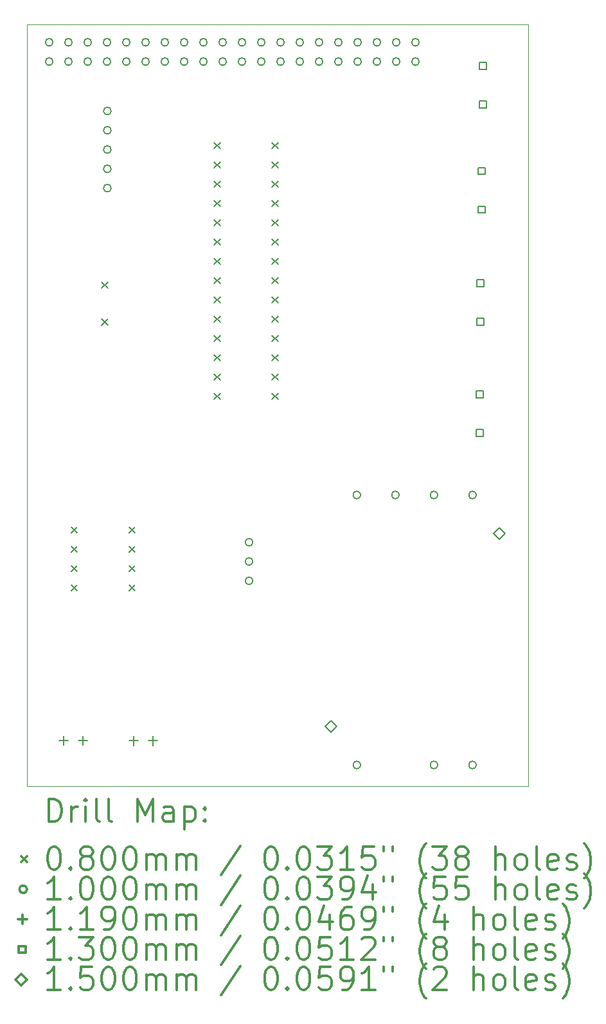
<source format=gbr>
%FSLAX45Y45*%
G04 Gerber Fmt 4.5, Leading zero omitted, Abs format (unit mm)*
G04 Created by KiCad (PCBNEW (5.1.10)-1) date 2022-05-23 16:21:41*
%MOMM*%
%LPD*%
G01*
G04 APERTURE LIST*
%TA.AperFunction,Profile*%
%ADD10C,0.050000*%
%TD*%
%ADD11C,0.200000*%
%ADD12C,0.300000*%
G04 APERTURE END LIST*
D10*
X-1803400Y393700D02*
X-1803400Y-9639300D01*
X4800600Y-9639300D02*
X-1803400Y-9639300D01*
X4800600Y393700D02*
X4800600Y-9639300D01*
X-1803400Y393700D02*
X4800600Y393700D01*
D11*
X-1221100Y-6226180D02*
X-1141100Y-6306180D01*
X-1141100Y-6226180D02*
X-1221100Y-6306180D01*
X-1221100Y-6480180D02*
X-1141100Y-6560180D01*
X-1141100Y-6480180D02*
X-1221100Y-6560180D01*
X-1221100Y-6734180D02*
X-1141100Y-6814180D01*
X-1141100Y-6734180D02*
X-1221100Y-6814180D01*
X-1221100Y-6988180D02*
X-1141100Y-7068180D01*
X-1141100Y-6988180D02*
X-1221100Y-7068180D01*
X-819780Y-2997520D02*
X-739780Y-3077520D01*
X-739780Y-2997520D02*
X-819780Y-3077520D01*
X-819780Y-3485520D02*
X-739780Y-3565520D01*
X-739780Y-3485520D02*
X-819780Y-3565520D01*
X-459100Y-6226180D02*
X-379100Y-6306180D01*
X-379100Y-6226180D02*
X-459100Y-6306180D01*
X-459100Y-6480180D02*
X-379100Y-6560180D01*
X-379100Y-6480180D02*
X-459100Y-6560180D01*
X-459100Y-6734180D02*
X-379100Y-6814180D01*
X-379100Y-6734180D02*
X-459100Y-6814180D01*
X-459100Y-6988180D02*
X-379100Y-7068180D01*
X-379100Y-6988180D02*
X-459100Y-7068180D01*
X661040Y-1163960D02*
X741040Y-1243960D01*
X741040Y-1163960D02*
X661040Y-1243960D01*
X661040Y-1417960D02*
X741040Y-1497960D01*
X741040Y-1417960D02*
X661040Y-1497960D01*
X661040Y-1671960D02*
X741040Y-1751960D01*
X741040Y-1671960D02*
X661040Y-1751960D01*
X661040Y-1925960D02*
X741040Y-2005960D01*
X741040Y-1925960D02*
X661040Y-2005960D01*
X661040Y-2179960D02*
X741040Y-2259960D01*
X741040Y-2179960D02*
X661040Y-2259960D01*
X661040Y-2433960D02*
X741040Y-2513960D01*
X741040Y-2433960D02*
X661040Y-2513960D01*
X661040Y-2687960D02*
X741040Y-2767960D01*
X741040Y-2687960D02*
X661040Y-2767960D01*
X661040Y-2941960D02*
X741040Y-3021960D01*
X741040Y-2941960D02*
X661040Y-3021960D01*
X661040Y-3195960D02*
X741040Y-3275960D01*
X741040Y-3195960D02*
X661040Y-3275960D01*
X661040Y-3449960D02*
X741040Y-3529960D01*
X741040Y-3449960D02*
X661040Y-3529960D01*
X661040Y-3703960D02*
X741040Y-3783960D01*
X741040Y-3703960D02*
X661040Y-3783960D01*
X661040Y-3957960D02*
X741040Y-4037960D01*
X741040Y-3957960D02*
X661040Y-4037960D01*
X661040Y-4211960D02*
X741040Y-4291960D01*
X741040Y-4211960D02*
X661040Y-4291960D01*
X661040Y-4465960D02*
X741040Y-4545960D01*
X741040Y-4465960D02*
X661040Y-4545960D01*
X1423040Y-1163960D02*
X1503040Y-1243960D01*
X1503040Y-1163960D02*
X1423040Y-1243960D01*
X1423040Y-1417960D02*
X1503040Y-1497960D01*
X1503040Y-1417960D02*
X1423040Y-1497960D01*
X1423040Y-1671960D02*
X1503040Y-1751960D01*
X1503040Y-1671960D02*
X1423040Y-1751960D01*
X1423040Y-1925960D02*
X1503040Y-2005960D01*
X1503040Y-1925960D02*
X1423040Y-2005960D01*
X1423040Y-2179960D02*
X1503040Y-2259960D01*
X1503040Y-2179960D02*
X1423040Y-2259960D01*
X1423040Y-2433960D02*
X1503040Y-2513960D01*
X1503040Y-2433960D02*
X1423040Y-2513960D01*
X1423040Y-2687960D02*
X1503040Y-2767960D01*
X1503040Y-2687960D02*
X1423040Y-2767960D01*
X1423040Y-2941960D02*
X1503040Y-3021960D01*
X1503040Y-2941960D02*
X1423040Y-3021960D01*
X1423040Y-3195960D02*
X1503040Y-3275960D01*
X1503040Y-3195960D02*
X1423040Y-3275960D01*
X1423040Y-3449960D02*
X1503040Y-3529960D01*
X1503040Y-3449960D02*
X1423040Y-3529960D01*
X1423040Y-3703960D02*
X1503040Y-3783960D01*
X1503040Y-3703960D02*
X1423040Y-3783960D01*
X1423040Y-3957960D02*
X1503040Y-4037960D01*
X1503040Y-3957960D02*
X1423040Y-4037960D01*
X1423040Y-4211960D02*
X1503040Y-4291960D01*
X1503040Y-4211960D02*
X1423040Y-4291960D01*
X1423040Y-4465960D02*
X1503040Y-4545960D01*
X1503040Y-4465960D02*
X1423040Y-4545960D01*
X-1463840Y157480D02*
G75*
G03*
X-1463840Y157480I-50000J0D01*
G01*
X-1463840Y-96520D02*
G75*
G03*
X-1463840Y-96520I-50000J0D01*
G01*
X-1209840Y157480D02*
G75*
G03*
X-1209840Y157480I-50000J0D01*
G01*
X-1209840Y-96520D02*
G75*
G03*
X-1209840Y-96520I-50000J0D01*
G01*
X-955840Y157480D02*
G75*
G03*
X-955840Y157480I-50000J0D01*
G01*
X-955840Y-96520D02*
G75*
G03*
X-955840Y-96520I-50000J0D01*
G01*
X-701840Y157480D02*
G75*
G03*
X-701840Y157480I-50000J0D01*
G01*
X-701840Y-96520D02*
G75*
G03*
X-701840Y-96520I-50000J0D01*
G01*
X-696760Y-746760D02*
G75*
G03*
X-696760Y-746760I-50000J0D01*
G01*
X-696760Y-1000760D02*
G75*
G03*
X-696760Y-1000760I-50000J0D01*
G01*
X-696760Y-1254760D02*
G75*
G03*
X-696760Y-1254760I-50000J0D01*
G01*
X-696760Y-1508760D02*
G75*
G03*
X-696760Y-1508760I-50000J0D01*
G01*
X-696760Y-1762760D02*
G75*
G03*
X-696760Y-1762760I-50000J0D01*
G01*
X-447840Y157480D02*
G75*
G03*
X-447840Y157480I-50000J0D01*
G01*
X-447840Y-96520D02*
G75*
G03*
X-447840Y-96520I-50000J0D01*
G01*
X-193840Y157480D02*
G75*
G03*
X-193840Y157480I-50000J0D01*
G01*
X-193840Y-96520D02*
G75*
G03*
X-193840Y-96520I-50000J0D01*
G01*
X60160Y157480D02*
G75*
G03*
X60160Y157480I-50000J0D01*
G01*
X60160Y-96520D02*
G75*
G03*
X60160Y-96520I-50000J0D01*
G01*
X314160Y157480D02*
G75*
G03*
X314160Y157480I-50000J0D01*
G01*
X314160Y-96520D02*
G75*
G03*
X314160Y-96520I-50000J0D01*
G01*
X568160Y157480D02*
G75*
G03*
X568160Y157480I-50000J0D01*
G01*
X568160Y-96520D02*
G75*
G03*
X568160Y-96520I-50000J0D01*
G01*
X822160Y157480D02*
G75*
G03*
X822160Y157480I-50000J0D01*
G01*
X822160Y-96520D02*
G75*
G03*
X822160Y-96520I-50000J0D01*
G01*
X1076160Y157480D02*
G75*
G03*
X1076160Y157480I-50000J0D01*
G01*
X1076160Y-96520D02*
G75*
G03*
X1076160Y-96520I-50000J0D01*
G01*
X1170140Y-6426200D02*
G75*
G03*
X1170140Y-6426200I-50000J0D01*
G01*
X1170140Y-6680200D02*
G75*
G03*
X1170140Y-6680200I-50000J0D01*
G01*
X1170140Y-6934200D02*
G75*
G03*
X1170140Y-6934200I-50000J0D01*
G01*
X1330160Y157480D02*
G75*
G03*
X1330160Y157480I-50000J0D01*
G01*
X1330160Y-96520D02*
G75*
G03*
X1330160Y-96520I-50000J0D01*
G01*
X1584160Y157480D02*
G75*
G03*
X1584160Y157480I-50000J0D01*
G01*
X1584160Y-96520D02*
G75*
G03*
X1584160Y-96520I-50000J0D01*
G01*
X1838160Y157480D02*
G75*
G03*
X1838160Y157480I-50000J0D01*
G01*
X1838160Y-96520D02*
G75*
G03*
X1838160Y-96520I-50000J0D01*
G01*
X2092160Y157480D02*
G75*
G03*
X2092160Y157480I-50000J0D01*
G01*
X2092160Y-96520D02*
G75*
G03*
X2092160Y-96520I-50000J0D01*
G01*
X2346160Y157480D02*
G75*
G03*
X2346160Y157480I-50000J0D01*
G01*
X2346160Y-96520D02*
G75*
G03*
X2346160Y-96520I-50000J0D01*
G01*
X2590000Y-5803900D02*
G75*
G03*
X2590000Y-5803900I-50000J0D01*
G01*
X2590000Y-9359900D02*
G75*
G03*
X2590000Y-9359900I-50000J0D01*
G01*
X2600160Y157480D02*
G75*
G03*
X2600160Y157480I-50000J0D01*
G01*
X2600160Y-96520D02*
G75*
G03*
X2600160Y-96520I-50000J0D01*
G01*
X2854160Y157480D02*
G75*
G03*
X2854160Y157480I-50000J0D01*
G01*
X2854160Y-96520D02*
G75*
G03*
X2854160Y-96520I-50000J0D01*
G01*
X3098000Y-5803900D02*
G75*
G03*
X3098000Y-5803900I-50000J0D01*
G01*
X3108160Y157480D02*
G75*
G03*
X3108160Y157480I-50000J0D01*
G01*
X3108160Y-96520D02*
G75*
G03*
X3108160Y-96520I-50000J0D01*
G01*
X3362160Y157480D02*
G75*
G03*
X3362160Y157480I-50000J0D01*
G01*
X3362160Y-96520D02*
G75*
G03*
X3362160Y-96520I-50000J0D01*
G01*
X3606000Y-5803900D02*
G75*
G03*
X3606000Y-5803900I-50000J0D01*
G01*
X3606000Y-9359900D02*
G75*
G03*
X3606000Y-9359900I-50000J0D01*
G01*
X4114000Y-5803900D02*
G75*
G03*
X4114000Y-5803900I-50000J0D01*
G01*
X4114000Y-9359900D02*
G75*
G03*
X4114000Y-9359900I-50000J0D01*
G01*
X-1325880Y-8977820D02*
X-1325880Y-9096820D01*
X-1385380Y-9037320D02*
X-1266380Y-9037320D01*
X-1071880Y-8977820D02*
X-1071880Y-9096820D01*
X-1131380Y-9037320D02*
X-1012380Y-9037320D01*
X-401320Y-8982900D02*
X-401320Y-9101900D01*
X-460820Y-9042400D02*
X-341820Y-9042400D01*
X-147320Y-8982900D02*
X-147320Y-9101900D01*
X-206820Y-9042400D02*
X-87820Y-9042400D01*
X4206482Y-4521442D02*
X4206482Y-4429518D01*
X4114558Y-4429518D01*
X4114558Y-4521442D01*
X4206482Y-4521442D01*
X4206482Y-5029442D02*
X4206482Y-4937518D01*
X4114558Y-4937518D01*
X4114558Y-5029442D01*
X4206482Y-5029442D01*
X4211562Y-3063482D02*
X4211562Y-2971558D01*
X4119638Y-2971558D01*
X4119638Y-3063482D01*
X4211562Y-3063482D01*
X4211562Y-3571482D02*
X4211562Y-3479558D01*
X4119638Y-3479558D01*
X4119638Y-3571482D01*
X4211562Y-3571482D01*
X4231882Y-1582662D02*
X4231882Y-1490738D01*
X4139958Y-1490738D01*
X4139958Y-1582662D01*
X4231882Y-1582662D01*
X4231882Y-2090662D02*
X4231882Y-1998738D01*
X4139958Y-1998738D01*
X4139958Y-2090662D01*
X4231882Y-2090662D01*
X4247122Y-195822D02*
X4247122Y-103898D01*
X4155198Y-103898D01*
X4155198Y-195822D01*
X4247122Y-195822D01*
X4247122Y-703822D02*
X4247122Y-611898D01*
X4155198Y-611898D01*
X4155198Y-703822D01*
X4247122Y-703822D01*
X2202000Y-8926900D02*
X2277000Y-8851900D01*
X2202000Y-8776900D01*
X2127000Y-8851900D01*
X2202000Y-8926900D01*
X4417000Y-6386900D02*
X4492000Y-6311900D01*
X4417000Y-6236900D01*
X4342000Y-6311900D01*
X4417000Y-6386900D01*
D12*
X-1519471Y-10107514D02*
X-1519471Y-9807514D01*
X-1448043Y-9807514D01*
X-1405186Y-9821800D01*
X-1376614Y-9850372D01*
X-1362329Y-9878943D01*
X-1348043Y-9936086D01*
X-1348043Y-9978943D01*
X-1362329Y-10036086D01*
X-1376614Y-10064657D01*
X-1405186Y-10093229D01*
X-1448043Y-10107514D01*
X-1519471Y-10107514D01*
X-1219472Y-10107514D02*
X-1219472Y-9907514D01*
X-1219472Y-9964657D02*
X-1205186Y-9936086D01*
X-1190900Y-9921800D01*
X-1162329Y-9907514D01*
X-1133757Y-9907514D01*
X-1033757Y-10107514D02*
X-1033757Y-9907514D01*
X-1033757Y-9807514D02*
X-1048043Y-9821800D01*
X-1033757Y-9836086D01*
X-1019471Y-9821800D01*
X-1033757Y-9807514D01*
X-1033757Y-9836086D01*
X-848043Y-10107514D02*
X-876614Y-10093229D01*
X-890900Y-10064657D01*
X-890900Y-9807514D01*
X-690900Y-10107514D02*
X-719471Y-10093229D01*
X-733757Y-10064657D01*
X-733757Y-9807514D01*
X-348043Y-10107514D02*
X-348043Y-9807514D01*
X-248043Y-10021800D01*
X-148043Y-9807514D01*
X-148043Y-10107514D01*
X123386Y-10107514D02*
X123386Y-9950372D01*
X109100Y-9921800D01*
X80528Y-9907514D01*
X23386Y-9907514D01*
X-5186Y-9921800D01*
X123386Y-10093229D02*
X94814Y-10107514D01*
X23386Y-10107514D01*
X-5186Y-10093229D01*
X-19472Y-10064657D01*
X-19472Y-10036086D01*
X-5186Y-10007514D01*
X23386Y-9993229D01*
X94814Y-9993229D01*
X123386Y-9978943D01*
X266243Y-9907514D02*
X266243Y-10207514D01*
X266243Y-9921800D02*
X294814Y-9907514D01*
X351957Y-9907514D01*
X380528Y-9921800D01*
X394814Y-9936086D01*
X409100Y-9964657D01*
X409100Y-10050372D01*
X394814Y-10078943D01*
X380528Y-10093229D01*
X351957Y-10107514D01*
X294814Y-10107514D01*
X266243Y-10093229D01*
X537671Y-10078943D02*
X551957Y-10093229D01*
X537671Y-10107514D01*
X523386Y-10093229D01*
X537671Y-10078943D01*
X537671Y-10107514D01*
X537671Y-9921800D02*
X551957Y-9936086D01*
X537671Y-9950372D01*
X523386Y-9936086D01*
X537671Y-9921800D01*
X537671Y-9950372D01*
X-1885900Y-10561800D02*
X-1805900Y-10641800D01*
X-1805900Y-10561800D02*
X-1885900Y-10641800D01*
X-1462329Y-10437514D02*
X-1433757Y-10437514D01*
X-1405186Y-10451800D01*
X-1390900Y-10466086D01*
X-1376614Y-10494657D01*
X-1362329Y-10551800D01*
X-1362329Y-10623229D01*
X-1376614Y-10680372D01*
X-1390900Y-10708943D01*
X-1405186Y-10723229D01*
X-1433757Y-10737514D01*
X-1462329Y-10737514D01*
X-1490900Y-10723229D01*
X-1505186Y-10708943D01*
X-1519471Y-10680372D01*
X-1533757Y-10623229D01*
X-1533757Y-10551800D01*
X-1519471Y-10494657D01*
X-1505186Y-10466086D01*
X-1490900Y-10451800D01*
X-1462329Y-10437514D01*
X-1233757Y-10708943D02*
X-1219472Y-10723229D01*
X-1233757Y-10737514D01*
X-1248043Y-10723229D01*
X-1233757Y-10708943D01*
X-1233757Y-10737514D01*
X-1048043Y-10566086D02*
X-1076614Y-10551800D01*
X-1090900Y-10537514D01*
X-1105186Y-10508943D01*
X-1105186Y-10494657D01*
X-1090900Y-10466086D01*
X-1076614Y-10451800D01*
X-1048043Y-10437514D01*
X-990900Y-10437514D01*
X-962329Y-10451800D01*
X-948043Y-10466086D01*
X-933757Y-10494657D01*
X-933757Y-10508943D01*
X-948043Y-10537514D01*
X-962329Y-10551800D01*
X-990900Y-10566086D01*
X-1048043Y-10566086D01*
X-1076614Y-10580372D01*
X-1090900Y-10594657D01*
X-1105186Y-10623229D01*
X-1105186Y-10680372D01*
X-1090900Y-10708943D01*
X-1076614Y-10723229D01*
X-1048043Y-10737514D01*
X-990900Y-10737514D01*
X-962329Y-10723229D01*
X-948043Y-10708943D01*
X-933757Y-10680372D01*
X-933757Y-10623229D01*
X-948043Y-10594657D01*
X-962329Y-10580372D01*
X-990900Y-10566086D01*
X-748043Y-10437514D02*
X-719471Y-10437514D01*
X-690900Y-10451800D01*
X-676614Y-10466086D01*
X-662329Y-10494657D01*
X-648043Y-10551800D01*
X-648043Y-10623229D01*
X-662329Y-10680372D01*
X-676614Y-10708943D01*
X-690900Y-10723229D01*
X-719471Y-10737514D01*
X-748043Y-10737514D01*
X-776614Y-10723229D01*
X-790900Y-10708943D01*
X-805186Y-10680372D01*
X-819471Y-10623229D01*
X-819471Y-10551800D01*
X-805186Y-10494657D01*
X-790900Y-10466086D01*
X-776614Y-10451800D01*
X-748043Y-10437514D01*
X-462329Y-10437514D02*
X-433757Y-10437514D01*
X-405186Y-10451800D01*
X-390900Y-10466086D01*
X-376614Y-10494657D01*
X-362329Y-10551800D01*
X-362329Y-10623229D01*
X-376614Y-10680372D01*
X-390900Y-10708943D01*
X-405186Y-10723229D01*
X-433757Y-10737514D01*
X-462329Y-10737514D01*
X-490900Y-10723229D01*
X-505186Y-10708943D01*
X-519471Y-10680372D01*
X-533757Y-10623229D01*
X-533757Y-10551800D01*
X-519471Y-10494657D01*
X-505186Y-10466086D01*
X-490900Y-10451800D01*
X-462329Y-10437514D01*
X-233757Y-10737514D02*
X-233757Y-10537514D01*
X-233757Y-10566086D02*
X-219471Y-10551800D01*
X-190900Y-10537514D01*
X-148043Y-10537514D01*
X-119471Y-10551800D01*
X-105186Y-10580372D01*
X-105186Y-10737514D01*
X-105186Y-10580372D02*
X-90900Y-10551800D01*
X-62329Y-10537514D01*
X-19472Y-10537514D01*
X9100Y-10551800D01*
X23386Y-10580372D01*
X23386Y-10737514D01*
X166243Y-10737514D02*
X166243Y-10537514D01*
X166243Y-10566086D02*
X180528Y-10551800D01*
X209100Y-10537514D01*
X251957Y-10537514D01*
X280528Y-10551800D01*
X294814Y-10580372D01*
X294814Y-10737514D01*
X294814Y-10580372D02*
X309100Y-10551800D01*
X337671Y-10537514D01*
X380528Y-10537514D01*
X409100Y-10551800D01*
X423386Y-10580372D01*
X423386Y-10737514D01*
X1009100Y-10423229D02*
X751957Y-10808943D01*
X1394814Y-10437514D02*
X1423386Y-10437514D01*
X1451957Y-10451800D01*
X1466243Y-10466086D01*
X1480528Y-10494657D01*
X1494814Y-10551800D01*
X1494814Y-10623229D01*
X1480528Y-10680372D01*
X1466243Y-10708943D01*
X1451957Y-10723229D01*
X1423386Y-10737514D01*
X1394814Y-10737514D01*
X1366243Y-10723229D01*
X1351957Y-10708943D01*
X1337671Y-10680372D01*
X1323386Y-10623229D01*
X1323386Y-10551800D01*
X1337671Y-10494657D01*
X1351957Y-10466086D01*
X1366243Y-10451800D01*
X1394814Y-10437514D01*
X1623386Y-10708943D02*
X1637671Y-10723229D01*
X1623386Y-10737514D01*
X1609100Y-10723229D01*
X1623386Y-10708943D01*
X1623386Y-10737514D01*
X1823386Y-10437514D02*
X1851957Y-10437514D01*
X1880528Y-10451800D01*
X1894814Y-10466086D01*
X1909100Y-10494657D01*
X1923386Y-10551800D01*
X1923386Y-10623229D01*
X1909100Y-10680372D01*
X1894814Y-10708943D01*
X1880528Y-10723229D01*
X1851957Y-10737514D01*
X1823386Y-10737514D01*
X1794814Y-10723229D01*
X1780528Y-10708943D01*
X1766243Y-10680372D01*
X1751957Y-10623229D01*
X1751957Y-10551800D01*
X1766243Y-10494657D01*
X1780528Y-10466086D01*
X1794814Y-10451800D01*
X1823386Y-10437514D01*
X2023386Y-10437514D02*
X2209100Y-10437514D01*
X2109100Y-10551800D01*
X2151957Y-10551800D01*
X2180528Y-10566086D01*
X2194814Y-10580372D01*
X2209100Y-10608943D01*
X2209100Y-10680372D01*
X2194814Y-10708943D01*
X2180528Y-10723229D01*
X2151957Y-10737514D01*
X2066243Y-10737514D01*
X2037671Y-10723229D01*
X2023386Y-10708943D01*
X2494814Y-10737514D02*
X2323386Y-10737514D01*
X2409100Y-10737514D02*
X2409100Y-10437514D01*
X2380528Y-10480372D01*
X2351957Y-10508943D01*
X2323386Y-10523229D01*
X2766243Y-10437514D02*
X2623386Y-10437514D01*
X2609100Y-10580372D01*
X2623386Y-10566086D01*
X2651957Y-10551800D01*
X2723386Y-10551800D01*
X2751957Y-10566086D01*
X2766243Y-10580372D01*
X2780528Y-10608943D01*
X2780528Y-10680372D01*
X2766243Y-10708943D01*
X2751957Y-10723229D01*
X2723386Y-10737514D01*
X2651957Y-10737514D01*
X2623386Y-10723229D01*
X2609100Y-10708943D01*
X2894814Y-10437514D02*
X2894814Y-10494657D01*
X3009100Y-10437514D02*
X3009100Y-10494657D01*
X3451957Y-10851800D02*
X3437671Y-10837514D01*
X3409100Y-10794657D01*
X3394814Y-10766086D01*
X3380528Y-10723229D01*
X3366243Y-10651800D01*
X3366243Y-10594657D01*
X3380528Y-10523229D01*
X3394814Y-10480372D01*
X3409100Y-10451800D01*
X3437671Y-10408943D01*
X3451957Y-10394657D01*
X3537671Y-10437514D02*
X3723386Y-10437514D01*
X3623386Y-10551800D01*
X3666243Y-10551800D01*
X3694814Y-10566086D01*
X3709100Y-10580372D01*
X3723386Y-10608943D01*
X3723386Y-10680372D01*
X3709100Y-10708943D01*
X3694814Y-10723229D01*
X3666243Y-10737514D01*
X3580528Y-10737514D01*
X3551957Y-10723229D01*
X3537671Y-10708943D01*
X3894814Y-10566086D02*
X3866243Y-10551800D01*
X3851957Y-10537514D01*
X3837671Y-10508943D01*
X3837671Y-10494657D01*
X3851957Y-10466086D01*
X3866243Y-10451800D01*
X3894814Y-10437514D01*
X3951957Y-10437514D01*
X3980528Y-10451800D01*
X3994814Y-10466086D01*
X4009100Y-10494657D01*
X4009100Y-10508943D01*
X3994814Y-10537514D01*
X3980528Y-10551800D01*
X3951957Y-10566086D01*
X3894814Y-10566086D01*
X3866243Y-10580372D01*
X3851957Y-10594657D01*
X3837671Y-10623229D01*
X3837671Y-10680372D01*
X3851957Y-10708943D01*
X3866243Y-10723229D01*
X3894814Y-10737514D01*
X3951957Y-10737514D01*
X3980528Y-10723229D01*
X3994814Y-10708943D01*
X4009100Y-10680372D01*
X4009100Y-10623229D01*
X3994814Y-10594657D01*
X3980528Y-10580372D01*
X3951957Y-10566086D01*
X4366243Y-10737514D02*
X4366243Y-10437514D01*
X4494814Y-10737514D02*
X4494814Y-10580372D01*
X4480528Y-10551800D01*
X4451957Y-10537514D01*
X4409100Y-10537514D01*
X4380528Y-10551800D01*
X4366243Y-10566086D01*
X4680528Y-10737514D02*
X4651957Y-10723229D01*
X4637671Y-10708943D01*
X4623386Y-10680372D01*
X4623386Y-10594657D01*
X4637671Y-10566086D01*
X4651957Y-10551800D01*
X4680528Y-10537514D01*
X4723386Y-10537514D01*
X4751957Y-10551800D01*
X4766243Y-10566086D01*
X4780528Y-10594657D01*
X4780528Y-10680372D01*
X4766243Y-10708943D01*
X4751957Y-10723229D01*
X4723386Y-10737514D01*
X4680528Y-10737514D01*
X4951957Y-10737514D02*
X4923386Y-10723229D01*
X4909100Y-10694657D01*
X4909100Y-10437514D01*
X5180528Y-10723229D02*
X5151957Y-10737514D01*
X5094814Y-10737514D01*
X5066243Y-10723229D01*
X5051957Y-10694657D01*
X5051957Y-10580372D01*
X5066243Y-10551800D01*
X5094814Y-10537514D01*
X5151957Y-10537514D01*
X5180528Y-10551800D01*
X5194814Y-10580372D01*
X5194814Y-10608943D01*
X5051957Y-10637514D01*
X5309100Y-10723229D02*
X5337671Y-10737514D01*
X5394814Y-10737514D01*
X5423386Y-10723229D01*
X5437671Y-10694657D01*
X5437671Y-10680372D01*
X5423386Y-10651800D01*
X5394814Y-10637514D01*
X5351957Y-10637514D01*
X5323386Y-10623229D01*
X5309100Y-10594657D01*
X5309100Y-10580372D01*
X5323386Y-10551800D01*
X5351957Y-10537514D01*
X5394814Y-10537514D01*
X5423386Y-10551800D01*
X5537671Y-10851800D02*
X5551957Y-10837514D01*
X5580528Y-10794657D01*
X5594814Y-10766086D01*
X5609100Y-10723229D01*
X5623386Y-10651800D01*
X5623386Y-10594657D01*
X5609100Y-10523229D01*
X5594814Y-10480372D01*
X5580528Y-10451800D01*
X5551957Y-10408943D01*
X5537671Y-10394657D01*
X-1805900Y-10997800D02*
G75*
G03*
X-1805900Y-10997800I-50000J0D01*
G01*
X-1362329Y-11133514D02*
X-1533757Y-11133514D01*
X-1448043Y-11133514D02*
X-1448043Y-10833514D01*
X-1476614Y-10876372D01*
X-1505186Y-10904943D01*
X-1533757Y-10919229D01*
X-1233757Y-11104943D02*
X-1219472Y-11119229D01*
X-1233757Y-11133514D01*
X-1248043Y-11119229D01*
X-1233757Y-11104943D01*
X-1233757Y-11133514D01*
X-1033757Y-10833514D02*
X-1005186Y-10833514D01*
X-976614Y-10847800D01*
X-962329Y-10862086D01*
X-948043Y-10890657D01*
X-933757Y-10947800D01*
X-933757Y-11019229D01*
X-948043Y-11076372D01*
X-962329Y-11104943D01*
X-976614Y-11119229D01*
X-1005186Y-11133514D01*
X-1033757Y-11133514D01*
X-1062329Y-11119229D01*
X-1076614Y-11104943D01*
X-1090900Y-11076372D01*
X-1105186Y-11019229D01*
X-1105186Y-10947800D01*
X-1090900Y-10890657D01*
X-1076614Y-10862086D01*
X-1062329Y-10847800D01*
X-1033757Y-10833514D01*
X-748043Y-10833514D02*
X-719471Y-10833514D01*
X-690900Y-10847800D01*
X-676614Y-10862086D01*
X-662329Y-10890657D01*
X-648043Y-10947800D01*
X-648043Y-11019229D01*
X-662329Y-11076372D01*
X-676614Y-11104943D01*
X-690900Y-11119229D01*
X-719471Y-11133514D01*
X-748043Y-11133514D01*
X-776614Y-11119229D01*
X-790900Y-11104943D01*
X-805186Y-11076372D01*
X-819471Y-11019229D01*
X-819471Y-10947800D01*
X-805186Y-10890657D01*
X-790900Y-10862086D01*
X-776614Y-10847800D01*
X-748043Y-10833514D01*
X-462329Y-10833514D02*
X-433757Y-10833514D01*
X-405186Y-10847800D01*
X-390900Y-10862086D01*
X-376614Y-10890657D01*
X-362329Y-10947800D01*
X-362329Y-11019229D01*
X-376614Y-11076372D01*
X-390900Y-11104943D01*
X-405186Y-11119229D01*
X-433757Y-11133514D01*
X-462329Y-11133514D01*
X-490900Y-11119229D01*
X-505186Y-11104943D01*
X-519471Y-11076372D01*
X-533757Y-11019229D01*
X-533757Y-10947800D01*
X-519471Y-10890657D01*
X-505186Y-10862086D01*
X-490900Y-10847800D01*
X-462329Y-10833514D01*
X-233757Y-11133514D02*
X-233757Y-10933514D01*
X-233757Y-10962086D02*
X-219471Y-10947800D01*
X-190900Y-10933514D01*
X-148043Y-10933514D01*
X-119471Y-10947800D01*
X-105186Y-10976372D01*
X-105186Y-11133514D01*
X-105186Y-10976372D02*
X-90900Y-10947800D01*
X-62329Y-10933514D01*
X-19472Y-10933514D01*
X9100Y-10947800D01*
X23386Y-10976372D01*
X23386Y-11133514D01*
X166243Y-11133514D02*
X166243Y-10933514D01*
X166243Y-10962086D02*
X180528Y-10947800D01*
X209100Y-10933514D01*
X251957Y-10933514D01*
X280528Y-10947800D01*
X294814Y-10976372D01*
X294814Y-11133514D01*
X294814Y-10976372D02*
X309100Y-10947800D01*
X337671Y-10933514D01*
X380528Y-10933514D01*
X409100Y-10947800D01*
X423386Y-10976372D01*
X423386Y-11133514D01*
X1009100Y-10819229D02*
X751957Y-11204943D01*
X1394814Y-10833514D02*
X1423386Y-10833514D01*
X1451957Y-10847800D01*
X1466243Y-10862086D01*
X1480528Y-10890657D01*
X1494814Y-10947800D01*
X1494814Y-11019229D01*
X1480528Y-11076372D01*
X1466243Y-11104943D01*
X1451957Y-11119229D01*
X1423386Y-11133514D01*
X1394814Y-11133514D01*
X1366243Y-11119229D01*
X1351957Y-11104943D01*
X1337671Y-11076372D01*
X1323386Y-11019229D01*
X1323386Y-10947800D01*
X1337671Y-10890657D01*
X1351957Y-10862086D01*
X1366243Y-10847800D01*
X1394814Y-10833514D01*
X1623386Y-11104943D02*
X1637671Y-11119229D01*
X1623386Y-11133514D01*
X1609100Y-11119229D01*
X1623386Y-11104943D01*
X1623386Y-11133514D01*
X1823386Y-10833514D02*
X1851957Y-10833514D01*
X1880528Y-10847800D01*
X1894814Y-10862086D01*
X1909100Y-10890657D01*
X1923386Y-10947800D01*
X1923386Y-11019229D01*
X1909100Y-11076372D01*
X1894814Y-11104943D01*
X1880528Y-11119229D01*
X1851957Y-11133514D01*
X1823386Y-11133514D01*
X1794814Y-11119229D01*
X1780528Y-11104943D01*
X1766243Y-11076372D01*
X1751957Y-11019229D01*
X1751957Y-10947800D01*
X1766243Y-10890657D01*
X1780528Y-10862086D01*
X1794814Y-10847800D01*
X1823386Y-10833514D01*
X2023386Y-10833514D02*
X2209100Y-10833514D01*
X2109100Y-10947800D01*
X2151957Y-10947800D01*
X2180528Y-10962086D01*
X2194814Y-10976372D01*
X2209100Y-11004943D01*
X2209100Y-11076372D01*
X2194814Y-11104943D01*
X2180528Y-11119229D01*
X2151957Y-11133514D01*
X2066243Y-11133514D01*
X2037671Y-11119229D01*
X2023386Y-11104943D01*
X2351957Y-11133514D02*
X2409100Y-11133514D01*
X2437671Y-11119229D01*
X2451957Y-11104943D01*
X2480528Y-11062086D01*
X2494814Y-11004943D01*
X2494814Y-10890657D01*
X2480528Y-10862086D01*
X2466243Y-10847800D01*
X2437671Y-10833514D01*
X2380528Y-10833514D01*
X2351957Y-10847800D01*
X2337671Y-10862086D01*
X2323386Y-10890657D01*
X2323386Y-10962086D01*
X2337671Y-10990657D01*
X2351957Y-11004943D01*
X2380528Y-11019229D01*
X2437671Y-11019229D01*
X2466243Y-11004943D01*
X2480528Y-10990657D01*
X2494814Y-10962086D01*
X2751957Y-10933514D02*
X2751957Y-11133514D01*
X2680528Y-10819229D02*
X2609100Y-11033514D01*
X2794814Y-11033514D01*
X2894814Y-10833514D02*
X2894814Y-10890657D01*
X3009100Y-10833514D02*
X3009100Y-10890657D01*
X3451957Y-11247800D02*
X3437671Y-11233514D01*
X3409100Y-11190657D01*
X3394814Y-11162086D01*
X3380528Y-11119229D01*
X3366243Y-11047800D01*
X3366243Y-10990657D01*
X3380528Y-10919229D01*
X3394814Y-10876372D01*
X3409100Y-10847800D01*
X3437671Y-10804943D01*
X3451957Y-10790657D01*
X3709100Y-10833514D02*
X3566243Y-10833514D01*
X3551957Y-10976372D01*
X3566243Y-10962086D01*
X3594814Y-10947800D01*
X3666243Y-10947800D01*
X3694814Y-10962086D01*
X3709100Y-10976372D01*
X3723386Y-11004943D01*
X3723386Y-11076372D01*
X3709100Y-11104943D01*
X3694814Y-11119229D01*
X3666243Y-11133514D01*
X3594814Y-11133514D01*
X3566243Y-11119229D01*
X3551957Y-11104943D01*
X3994814Y-10833514D02*
X3851957Y-10833514D01*
X3837671Y-10976372D01*
X3851957Y-10962086D01*
X3880528Y-10947800D01*
X3951957Y-10947800D01*
X3980528Y-10962086D01*
X3994814Y-10976372D01*
X4009100Y-11004943D01*
X4009100Y-11076372D01*
X3994814Y-11104943D01*
X3980528Y-11119229D01*
X3951957Y-11133514D01*
X3880528Y-11133514D01*
X3851957Y-11119229D01*
X3837671Y-11104943D01*
X4366243Y-11133514D02*
X4366243Y-10833514D01*
X4494814Y-11133514D02*
X4494814Y-10976372D01*
X4480528Y-10947800D01*
X4451957Y-10933514D01*
X4409100Y-10933514D01*
X4380528Y-10947800D01*
X4366243Y-10962086D01*
X4680528Y-11133514D02*
X4651957Y-11119229D01*
X4637671Y-11104943D01*
X4623386Y-11076372D01*
X4623386Y-10990657D01*
X4637671Y-10962086D01*
X4651957Y-10947800D01*
X4680528Y-10933514D01*
X4723386Y-10933514D01*
X4751957Y-10947800D01*
X4766243Y-10962086D01*
X4780528Y-10990657D01*
X4780528Y-11076372D01*
X4766243Y-11104943D01*
X4751957Y-11119229D01*
X4723386Y-11133514D01*
X4680528Y-11133514D01*
X4951957Y-11133514D02*
X4923386Y-11119229D01*
X4909100Y-11090657D01*
X4909100Y-10833514D01*
X5180528Y-11119229D02*
X5151957Y-11133514D01*
X5094814Y-11133514D01*
X5066243Y-11119229D01*
X5051957Y-11090657D01*
X5051957Y-10976372D01*
X5066243Y-10947800D01*
X5094814Y-10933514D01*
X5151957Y-10933514D01*
X5180528Y-10947800D01*
X5194814Y-10976372D01*
X5194814Y-11004943D01*
X5051957Y-11033514D01*
X5309100Y-11119229D02*
X5337671Y-11133514D01*
X5394814Y-11133514D01*
X5423386Y-11119229D01*
X5437671Y-11090657D01*
X5437671Y-11076372D01*
X5423386Y-11047800D01*
X5394814Y-11033514D01*
X5351957Y-11033514D01*
X5323386Y-11019229D01*
X5309100Y-10990657D01*
X5309100Y-10976372D01*
X5323386Y-10947800D01*
X5351957Y-10933514D01*
X5394814Y-10933514D01*
X5423386Y-10947800D01*
X5537671Y-11247800D02*
X5551957Y-11233514D01*
X5580528Y-11190657D01*
X5594814Y-11162086D01*
X5609100Y-11119229D01*
X5623386Y-11047800D01*
X5623386Y-10990657D01*
X5609100Y-10919229D01*
X5594814Y-10876372D01*
X5580528Y-10847800D01*
X5551957Y-10804943D01*
X5537671Y-10790657D01*
X-1865400Y-11334300D02*
X-1865400Y-11453300D01*
X-1924900Y-11393800D02*
X-1805900Y-11393800D01*
X-1362329Y-11529514D02*
X-1533757Y-11529514D01*
X-1448043Y-11529514D02*
X-1448043Y-11229514D01*
X-1476614Y-11272371D01*
X-1505186Y-11300943D01*
X-1533757Y-11315229D01*
X-1233757Y-11500943D02*
X-1219472Y-11515229D01*
X-1233757Y-11529514D01*
X-1248043Y-11515229D01*
X-1233757Y-11500943D01*
X-1233757Y-11529514D01*
X-933757Y-11529514D02*
X-1105186Y-11529514D01*
X-1019471Y-11529514D02*
X-1019471Y-11229514D01*
X-1048043Y-11272371D01*
X-1076614Y-11300943D01*
X-1105186Y-11315229D01*
X-790900Y-11529514D02*
X-733757Y-11529514D01*
X-705186Y-11515229D01*
X-690900Y-11500943D01*
X-662329Y-11458086D01*
X-648043Y-11400943D01*
X-648043Y-11286657D01*
X-662329Y-11258086D01*
X-676614Y-11243800D01*
X-705186Y-11229514D01*
X-762329Y-11229514D01*
X-790900Y-11243800D01*
X-805186Y-11258086D01*
X-819471Y-11286657D01*
X-819471Y-11358086D01*
X-805186Y-11386657D01*
X-790900Y-11400943D01*
X-762329Y-11415229D01*
X-705186Y-11415229D01*
X-676614Y-11400943D01*
X-662329Y-11386657D01*
X-648043Y-11358086D01*
X-462329Y-11229514D02*
X-433757Y-11229514D01*
X-405186Y-11243800D01*
X-390900Y-11258086D01*
X-376614Y-11286657D01*
X-362329Y-11343800D01*
X-362329Y-11415229D01*
X-376614Y-11472371D01*
X-390900Y-11500943D01*
X-405186Y-11515229D01*
X-433757Y-11529514D01*
X-462329Y-11529514D01*
X-490900Y-11515229D01*
X-505186Y-11500943D01*
X-519471Y-11472371D01*
X-533757Y-11415229D01*
X-533757Y-11343800D01*
X-519471Y-11286657D01*
X-505186Y-11258086D01*
X-490900Y-11243800D01*
X-462329Y-11229514D01*
X-233757Y-11529514D02*
X-233757Y-11329514D01*
X-233757Y-11358086D02*
X-219471Y-11343800D01*
X-190900Y-11329514D01*
X-148043Y-11329514D01*
X-119471Y-11343800D01*
X-105186Y-11372371D01*
X-105186Y-11529514D01*
X-105186Y-11372371D02*
X-90900Y-11343800D01*
X-62329Y-11329514D01*
X-19472Y-11329514D01*
X9100Y-11343800D01*
X23386Y-11372371D01*
X23386Y-11529514D01*
X166243Y-11529514D02*
X166243Y-11329514D01*
X166243Y-11358086D02*
X180528Y-11343800D01*
X209100Y-11329514D01*
X251957Y-11329514D01*
X280528Y-11343800D01*
X294814Y-11372371D01*
X294814Y-11529514D01*
X294814Y-11372371D02*
X309100Y-11343800D01*
X337671Y-11329514D01*
X380528Y-11329514D01*
X409100Y-11343800D01*
X423386Y-11372371D01*
X423386Y-11529514D01*
X1009100Y-11215229D02*
X751957Y-11600943D01*
X1394814Y-11229514D02*
X1423386Y-11229514D01*
X1451957Y-11243800D01*
X1466243Y-11258086D01*
X1480528Y-11286657D01*
X1494814Y-11343800D01*
X1494814Y-11415229D01*
X1480528Y-11472371D01*
X1466243Y-11500943D01*
X1451957Y-11515229D01*
X1423386Y-11529514D01*
X1394814Y-11529514D01*
X1366243Y-11515229D01*
X1351957Y-11500943D01*
X1337671Y-11472371D01*
X1323386Y-11415229D01*
X1323386Y-11343800D01*
X1337671Y-11286657D01*
X1351957Y-11258086D01*
X1366243Y-11243800D01*
X1394814Y-11229514D01*
X1623386Y-11500943D02*
X1637671Y-11515229D01*
X1623386Y-11529514D01*
X1609100Y-11515229D01*
X1623386Y-11500943D01*
X1623386Y-11529514D01*
X1823386Y-11229514D02*
X1851957Y-11229514D01*
X1880528Y-11243800D01*
X1894814Y-11258086D01*
X1909100Y-11286657D01*
X1923386Y-11343800D01*
X1923386Y-11415229D01*
X1909100Y-11472371D01*
X1894814Y-11500943D01*
X1880528Y-11515229D01*
X1851957Y-11529514D01*
X1823386Y-11529514D01*
X1794814Y-11515229D01*
X1780528Y-11500943D01*
X1766243Y-11472371D01*
X1751957Y-11415229D01*
X1751957Y-11343800D01*
X1766243Y-11286657D01*
X1780528Y-11258086D01*
X1794814Y-11243800D01*
X1823386Y-11229514D01*
X2180528Y-11329514D02*
X2180528Y-11529514D01*
X2109100Y-11215229D02*
X2037671Y-11429514D01*
X2223386Y-11429514D01*
X2466243Y-11229514D02*
X2409100Y-11229514D01*
X2380528Y-11243800D01*
X2366243Y-11258086D01*
X2337671Y-11300943D01*
X2323386Y-11358086D01*
X2323386Y-11472371D01*
X2337671Y-11500943D01*
X2351957Y-11515229D01*
X2380528Y-11529514D01*
X2437671Y-11529514D01*
X2466243Y-11515229D01*
X2480528Y-11500943D01*
X2494814Y-11472371D01*
X2494814Y-11400943D01*
X2480528Y-11372371D01*
X2466243Y-11358086D01*
X2437671Y-11343800D01*
X2380528Y-11343800D01*
X2351957Y-11358086D01*
X2337671Y-11372371D01*
X2323386Y-11400943D01*
X2637671Y-11529514D02*
X2694814Y-11529514D01*
X2723386Y-11515229D01*
X2737671Y-11500943D01*
X2766243Y-11458086D01*
X2780528Y-11400943D01*
X2780528Y-11286657D01*
X2766243Y-11258086D01*
X2751957Y-11243800D01*
X2723386Y-11229514D01*
X2666243Y-11229514D01*
X2637671Y-11243800D01*
X2623386Y-11258086D01*
X2609100Y-11286657D01*
X2609100Y-11358086D01*
X2623386Y-11386657D01*
X2637671Y-11400943D01*
X2666243Y-11415229D01*
X2723386Y-11415229D01*
X2751957Y-11400943D01*
X2766243Y-11386657D01*
X2780528Y-11358086D01*
X2894814Y-11229514D02*
X2894814Y-11286657D01*
X3009100Y-11229514D02*
X3009100Y-11286657D01*
X3451957Y-11643800D02*
X3437671Y-11629514D01*
X3409100Y-11586657D01*
X3394814Y-11558086D01*
X3380528Y-11515229D01*
X3366243Y-11443800D01*
X3366243Y-11386657D01*
X3380528Y-11315229D01*
X3394814Y-11272371D01*
X3409100Y-11243800D01*
X3437671Y-11200943D01*
X3451957Y-11186657D01*
X3694814Y-11329514D02*
X3694814Y-11529514D01*
X3623386Y-11215229D02*
X3551957Y-11429514D01*
X3737671Y-11429514D01*
X4080528Y-11529514D02*
X4080528Y-11229514D01*
X4209100Y-11529514D02*
X4209100Y-11372371D01*
X4194814Y-11343800D01*
X4166243Y-11329514D01*
X4123386Y-11329514D01*
X4094814Y-11343800D01*
X4080528Y-11358086D01*
X4394814Y-11529514D02*
X4366243Y-11515229D01*
X4351957Y-11500943D01*
X4337671Y-11472371D01*
X4337671Y-11386657D01*
X4351957Y-11358086D01*
X4366243Y-11343800D01*
X4394814Y-11329514D01*
X4437671Y-11329514D01*
X4466243Y-11343800D01*
X4480528Y-11358086D01*
X4494814Y-11386657D01*
X4494814Y-11472371D01*
X4480528Y-11500943D01*
X4466243Y-11515229D01*
X4437671Y-11529514D01*
X4394814Y-11529514D01*
X4666243Y-11529514D02*
X4637671Y-11515229D01*
X4623386Y-11486657D01*
X4623386Y-11229514D01*
X4894814Y-11515229D02*
X4866243Y-11529514D01*
X4809100Y-11529514D01*
X4780528Y-11515229D01*
X4766243Y-11486657D01*
X4766243Y-11372371D01*
X4780528Y-11343800D01*
X4809100Y-11329514D01*
X4866243Y-11329514D01*
X4894814Y-11343800D01*
X4909100Y-11372371D01*
X4909100Y-11400943D01*
X4766243Y-11429514D01*
X5023386Y-11515229D02*
X5051957Y-11529514D01*
X5109100Y-11529514D01*
X5137671Y-11515229D01*
X5151957Y-11486657D01*
X5151957Y-11472371D01*
X5137671Y-11443800D01*
X5109100Y-11429514D01*
X5066243Y-11429514D01*
X5037671Y-11415229D01*
X5023386Y-11386657D01*
X5023386Y-11372371D01*
X5037671Y-11343800D01*
X5066243Y-11329514D01*
X5109100Y-11329514D01*
X5137671Y-11343800D01*
X5251957Y-11643800D02*
X5266243Y-11629514D01*
X5294814Y-11586657D01*
X5309100Y-11558086D01*
X5323386Y-11515229D01*
X5337671Y-11443800D01*
X5337671Y-11386657D01*
X5323386Y-11315229D01*
X5309100Y-11272371D01*
X5294814Y-11243800D01*
X5266243Y-11200943D01*
X5251957Y-11186657D01*
X-1824938Y-11835762D02*
X-1824938Y-11743838D01*
X-1916862Y-11743838D01*
X-1916862Y-11835762D01*
X-1824938Y-11835762D01*
X-1362329Y-11925514D02*
X-1533757Y-11925514D01*
X-1448043Y-11925514D02*
X-1448043Y-11625514D01*
X-1476614Y-11668371D01*
X-1505186Y-11696943D01*
X-1533757Y-11711229D01*
X-1233757Y-11896943D02*
X-1219472Y-11911229D01*
X-1233757Y-11925514D01*
X-1248043Y-11911229D01*
X-1233757Y-11896943D01*
X-1233757Y-11925514D01*
X-1119472Y-11625514D02*
X-933757Y-11625514D01*
X-1033757Y-11739800D01*
X-990900Y-11739800D01*
X-962329Y-11754086D01*
X-948043Y-11768371D01*
X-933757Y-11796943D01*
X-933757Y-11868371D01*
X-948043Y-11896943D01*
X-962329Y-11911229D01*
X-990900Y-11925514D01*
X-1076614Y-11925514D01*
X-1105186Y-11911229D01*
X-1119472Y-11896943D01*
X-748043Y-11625514D02*
X-719471Y-11625514D01*
X-690900Y-11639800D01*
X-676614Y-11654086D01*
X-662329Y-11682657D01*
X-648043Y-11739800D01*
X-648043Y-11811229D01*
X-662329Y-11868371D01*
X-676614Y-11896943D01*
X-690900Y-11911229D01*
X-719471Y-11925514D01*
X-748043Y-11925514D01*
X-776614Y-11911229D01*
X-790900Y-11896943D01*
X-805186Y-11868371D01*
X-819471Y-11811229D01*
X-819471Y-11739800D01*
X-805186Y-11682657D01*
X-790900Y-11654086D01*
X-776614Y-11639800D01*
X-748043Y-11625514D01*
X-462329Y-11625514D02*
X-433757Y-11625514D01*
X-405186Y-11639800D01*
X-390900Y-11654086D01*
X-376614Y-11682657D01*
X-362329Y-11739800D01*
X-362329Y-11811229D01*
X-376614Y-11868371D01*
X-390900Y-11896943D01*
X-405186Y-11911229D01*
X-433757Y-11925514D01*
X-462329Y-11925514D01*
X-490900Y-11911229D01*
X-505186Y-11896943D01*
X-519471Y-11868371D01*
X-533757Y-11811229D01*
X-533757Y-11739800D01*
X-519471Y-11682657D01*
X-505186Y-11654086D01*
X-490900Y-11639800D01*
X-462329Y-11625514D01*
X-233757Y-11925514D02*
X-233757Y-11725514D01*
X-233757Y-11754086D02*
X-219471Y-11739800D01*
X-190900Y-11725514D01*
X-148043Y-11725514D01*
X-119471Y-11739800D01*
X-105186Y-11768371D01*
X-105186Y-11925514D01*
X-105186Y-11768371D02*
X-90900Y-11739800D01*
X-62329Y-11725514D01*
X-19472Y-11725514D01*
X9100Y-11739800D01*
X23386Y-11768371D01*
X23386Y-11925514D01*
X166243Y-11925514D02*
X166243Y-11725514D01*
X166243Y-11754086D02*
X180528Y-11739800D01*
X209100Y-11725514D01*
X251957Y-11725514D01*
X280528Y-11739800D01*
X294814Y-11768371D01*
X294814Y-11925514D01*
X294814Y-11768371D02*
X309100Y-11739800D01*
X337671Y-11725514D01*
X380528Y-11725514D01*
X409100Y-11739800D01*
X423386Y-11768371D01*
X423386Y-11925514D01*
X1009100Y-11611229D02*
X751957Y-11996943D01*
X1394814Y-11625514D02*
X1423386Y-11625514D01*
X1451957Y-11639800D01*
X1466243Y-11654086D01*
X1480528Y-11682657D01*
X1494814Y-11739800D01*
X1494814Y-11811229D01*
X1480528Y-11868371D01*
X1466243Y-11896943D01*
X1451957Y-11911229D01*
X1423386Y-11925514D01*
X1394814Y-11925514D01*
X1366243Y-11911229D01*
X1351957Y-11896943D01*
X1337671Y-11868371D01*
X1323386Y-11811229D01*
X1323386Y-11739800D01*
X1337671Y-11682657D01*
X1351957Y-11654086D01*
X1366243Y-11639800D01*
X1394814Y-11625514D01*
X1623386Y-11896943D02*
X1637671Y-11911229D01*
X1623386Y-11925514D01*
X1609100Y-11911229D01*
X1623386Y-11896943D01*
X1623386Y-11925514D01*
X1823386Y-11625514D02*
X1851957Y-11625514D01*
X1880528Y-11639800D01*
X1894814Y-11654086D01*
X1909100Y-11682657D01*
X1923386Y-11739800D01*
X1923386Y-11811229D01*
X1909100Y-11868371D01*
X1894814Y-11896943D01*
X1880528Y-11911229D01*
X1851957Y-11925514D01*
X1823386Y-11925514D01*
X1794814Y-11911229D01*
X1780528Y-11896943D01*
X1766243Y-11868371D01*
X1751957Y-11811229D01*
X1751957Y-11739800D01*
X1766243Y-11682657D01*
X1780528Y-11654086D01*
X1794814Y-11639800D01*
X1823386Y-11625514D01*
X2194814Y-11625514D02*
X2051957Y-11625514D01*
X2037671Y-11768371D01*
X2051957Y-11754086D01*
X2080528Y-11739800D01*
X2151957Y-11739800D01*
X2180528Y-11754086D01*
X2194814Y-11768371D01*
X2209100Y-11796943D01*
X2209100Y-11868371D01*
X2194814Y-11896943D01*
X2180528Y-11911229D01*
X2151957Y-11925514D01*
X2080528Y-11925514D01*
X2051957Y-11911229D01*
X2037671Y-11896943D01*
X2494814Y-11925514D02*
X2323386Y-11925514D01*
X2409100Y-11925514D02*
X2409100Y-11625514D01*
X2380528Y-11668371D01*
X2351957Y-11696943D01*
X2323386Y-11711229D01*
X2609100Y-11654086D02*
X2623386Y-11639800D01*
X2651957Y-11625514D01*
X2723386Y-11625514D01*
X2751957Y-11639800D01*
X2766243Y-11654086D01*
X2780528Y-11682657D01*
X2780528Y-11711229D01*
X2766243Y-11754086D01*
X2594814Y-11925514D01*
X2780528Y-11925514D01*
X2894814Y-11625514D02*
X2894814Y-11682657D01*
X3009100Y-11625514D02*
X3009100Y-11682657D01*
X3451957Y-12039800D02*
X3437671Y-12025514D01*
X3409100Y-11982657D01*
X3394814Y-11954086D01*
X3380528Y-11911229D01*
X3366243Y-11839800D01*
X3366243Y-11782657D01*
X3380528Y-11711229D01*
X3394814Y-11668371D01*
X3409100Y-11639800D01*
X3437671Y-11596943D01*
X3451957Y-11582657D01*
X3609100Y-11754086D02*
X3580528Y-11739800D01*
X3566243Y-11725514D01*
X3551957Y-11696943D01*
X3551957Y-11682657D01*
X3566243Y-11654086D01*
X3580528Y-11639800D01*
X3609100Y-11625514D01*
X3666243Y-11625514D01*
X3694814Y-11639800D01*
X3709100Y-11654086D01*
X3723386Y-11682657D01*
X3723386Y-11696943D01*
X3709100Y-11725514D01*
X3694814Y-11739800D01*
X3666243Y-11754086D01*
X3609100Y-11754086D01*
X3580528Y-11768371D01*
X3566243Y-11782657D01*
X3551957Y-11811229D01*
X3551957Y-11868371D01*
X3566243Y-11896943D01*
X3580528Y-11911229D01*
X3609100Y-11925514D01*
X3666243Y-11925514D01*
X3694814Y-11911229D01*
X3709100Y-11896943D01*
X3723386Y-11868371D01*
X3723386Y-11811229D01*
X3709100Y-11782657D01*
X3694814Y-11768371D01*
X3666243Y-11754086D01*
X4080528Y-11925514D02*
X4080528Y-11625514D01*
X4209100Y-11925514D02*
X4209100Y-11768371D01*
X4194814Y-11739800D01*
X4166243Y-11725514D01*
X4123386Y-11725514D01*
X4094814Y-11739800D01*
X4080528Y-11754086D01*
X4394814Y-11925514D02*
X4366243Y-11911229D01*
X4351957Y-11896943D01*
X4337671Y-11868371D01*
X4337671Y-11782657D01*
X4351957Y-11754086D01*
X4366243Y-11739800D01*
X4394814Y-11725514D01*
X4437671Y-11725514D01*
X4466243Y-11739800D01*
X4480528Y-11754086D01*
X4494814Y-11782657D01*
X4494814Y-11868371D01*
X4480528Y-11896943D01*
X4466243Y-11911229D01*
X4437671Y-11925514D01*
X4394814Y-11925514D01*
X4666243Y-11925514D02*
X4637671Y-11911229D01*
X4623386Y-11882657D01*
X4623386Y-11625514D01*
X4894814Y-11911229D02*
X4866243Y-11925514D01*
X4809100Y-11925514D01*
X4780528Y-11911229D01*
X4766243Y-11882657D01*
X4766243Y-11768371D01*
X4780528Y-11739800D01*
X4809100Y-11725514D01*
X4866243Y-11725514D01*
X4894814Y-11739800D01*
X4909100Y-11768371D01*
X4909100Y-11796943D01*
X4766243Y-11825514D01*
X5023386Y-11911229D02*
X5051957Y-11925514D01*
X5109100Y-11925514D01*
X5137671Y-11911229D01*
X5151957Y-11882657D01*
X5151957Y-11868371D01*
X5137671Y-11839800D01*
X5109100Y-11825514D01*
X5066243Y-11825514D01*
X5037671Y-11811229D01*
X5023386Y-11782657D01*
X5023386Y-11768371D01*
X5037671Y-11739800D01*
X5066243Y-11725514D01*
X5109100Y-11725514D01*
X5137671Y-11739800D01*
X5251957Y-12039800D02*
X5266243Y-12025514D01*
X5294814Y-11982657D01*
X5309100Y-11954086D01*
X5323386Y-11911229D01*
X5337671Y-11839800D01*
X5337671Y-11782657D01*
X5323386Y-11711229D01*
X5309100Y-11668371D01*
X5294814Y-11639800D01*
X5266243Y-11596943D01*
X5251957Y-11582657D01*
X-1880900Y-12260800D02*
X-1805900Y-12185800D01*
X-1880900Y-12110800D01*
X-1955900Y-12185800D01*
X-1880900Y-12260800D01*
X-1362329Y-12321514D02*
X-1533757Y-12321514D01*
X-1448043Y-12321514D02*
X-1448043Y-12021514D01*
X-1476614Y-12064371D01*
X-1505186Y-12092943D01*
X-1533757Y-12107229D01*
X-1233757Y-12292943D02*
X-1219472Y-12307229D01*
X-1233757Y-12321514D01*
X-1248043Y-12307229D01*
X-1233757Y-12292943D01*
X-1233757Y-12321514D01*
X-948043Y-12021514D02*
X-1090900Y-12021514D01*
X-1105186Y-12164371D01*
X-1090900Y-12150086D01*
X-1062329Y-12135800D01*
X-990900Y-12135800D01*
X-962329Y-12150086D01*
X-948043Y-12164371D01*
X-933757Y-12192943D01*
X-933757Y-12264371D01*
X-948043Y-12292943D01*
X-962329Y-12307229D01*
X-990900Y-12321514D01*
X-1062329Y-12321514D01*
X-1090900Y-12307229D01*
X-1105186Y-12292943D01*
X-748043Y-12021514D02*
X-719471Y-12021514D01*
X-690900Y-12035800D01*
X-676614Y-12050086D01*
X-662329Y-12078657D01*
X-648043Y-12135800D01*
X-648043Y-12207229D01*
X-662329Y-12264371D01*
X-676614Y-12292943D01*
X-690900Y-12307229D01*
X-719471Y-12321514D01*
X-748043Y-12321514D01*
X-776614Y-12307229D01*
X-790900Y-12292943D01*
X-805186Y-12264371D01*
X-819471Y-12207229D01*
X-819471Y-12135800D01*
X-805186Y-12078657D01*
X-790900Y-12050086D01*
X-776614Y-12035800D01*
X-748043Y-12021514D01*
X-462329Y-12021514D02*
X-433757Y-12021514D01*
X-405186Y-12035800D01*
X-390900Y-12050086D01*
X-376614Y-12078657D01*
X-362329Y-12135800D01*
X-362329Y-12207229D01*
X-376614Y-12264371D01*
X-390900Y-12292943D01*
X-405186Y-12307229D01*
X-433757Y-12321514D01*
X-462329Y-12321514D01*
X-490900Y-12307229D01*
X-505186Y-12292943D01*
X-519471Y-12264371D01*
X-533757Y-12207229D01*
X-533757Y-12135800D01*
X-519471Y-12078657D01*
X-505186Y-12050086D01*
X-490900Y-12035800D01*
X-462329Y-12021514D01*
X-233757Y-12321514D02*
X-233757Y-12121514D01*
X-233757Y-12150086D02*
X-219471Y-12135800D01*
X-190900Y-12121514D01*
X-148043Y-12121514D01*
X-119471Y-12135800D01*
X-105186Y-12164371D01*
X-105186Y-12321514D01*
X-105186Y-12164371D02*
X-90900Y-12135800D01*
X-62329Y-12121514D01*
X-19472Y-12121514D01*
X9100Y-12135800D01*
X23386Y-12164371D01*
X23386Y-12321514D01*
X166243Y-12321514D02*
X166243Y-12121514D01*
X166243Y-12150086D02*
X180528Y-12135800D01*
X209100Y-12121514D01*
X251957Y-12121514D01*
X280528Y-12135800D01*
X294814Y-12164371D01*
X294814Y-12321514D01*
X294814Y-12164371D02*
X309100Y-12135800D01*
X337671Y-12121514D01*
X380528Y-12121514D01*
X409100Y-12135800D01*
X423386Y-12164371D01*
X423386Y-12321514D01*
X1009100Y-12007229D02*
X751957Y-12392943D01*
X1394814Y-12021514D02*
X1423386Y-12021514D01*
X1451957Y-12035800D01*
X1466243Y-12050086D01*
X1480528Y-12078657D01*
X1494814Y-12135800D01*
X1494814Y-12207229D01*
X1480528Y-12264371D01*
X1466243Y-12292943D01*
X1451957Y-12307229D01*
X1423386Y-12321514D01*
X1394814Y-12321514D01*
X1366243Y-12307229D01*
X1351957Y-12292943D01*
X1337671Y-12264371D01*
X1323386Y-12207229D01*
X1323386Y-12135800D01*
X1337671Y-12078657D01*
X1351957Y-12050086D01*
X1366243Y-12035800D01*
X1394814Y-12021514D01*
X1623386Y-12292943D02*
X1637671Y-12307229D01*
X1623386Y-12321514D01*
X1609100Y-12307229D01*
X1623386Y-12292943D01*
X1623386Y-12321514D01*
X1823386Y-12021514D02*
X1851957Y-12021514D01*
X1880528Y-12035800D01*
X1894814Y-12050086D01*
X1909100Y-12078657D01*
X1923386Y-12135800D01*
X1923386Y-12207229D01*
X1909100Y-12264371D01*
X1894814Y-12292943D01*
X1880528Y-12307229D01*
X1851957Y-12321514D01*
X1823386Y-12321514D01*
X1794814Y-12307229D01*
X1780528Y-12292943D01*
X1766243Y-12264371D01*
X1751957Y-12207229D01*
X1751957Y-12135800D01*
X1766243Y-12078657D01*
X1780528Y-12050086D01*
X1794814Y-12035800D01*
X1823386Y-12021514D01*
X2194814Y-12021514D02*
X2051957Y-12021514D01*
X2037671Y-12164371D01*
X2051957Y-12150086D01*
X2080528Y-12135800D01*
X2151957Y-12135800D01*
X2180528Y-12150086D01*
X2194814Y-12164371D01*
X2209100Y-12192943D01*
X2209100Y-12264371D01*
X2194814Y-12292943D01*
X2180528Y-12307229D01*
X2151957Y-12321514D01*
X2080528Y-12321514D01*
X2051957Y-12307229D01*
X2037671Y-12292943D01*
X2351957Y-12321514D02*
X2409100Y-12321514D01*
X2437671Y-12307229D01*
X2451957Y-12292943D01*
X2480528Y-12250086D01*
X2494814Y-12192943D01*
X2494814Y-12078657D01*
X2480528Y-12050086D01*
X2466243Y-12035800D01*
X2437671Y-12021514D01*
X2380528Y-12021514D01*
X2351957Y-12035800D01*
X2337671Y-12050086D01*
X2323386Y-12078657D01*
X2323386Y-12150086D01*
X2337671Y-12178657D01*
X2351957Y-12192943D01*
X2380528Y-12207229D01*
X2437671Y-12207229D01*
X2466243Y-12192943D01*
X2480528Y-12178657D01*
X2494814Y-12150086D01*
X2780528Y-12321514D02*
X2609100Y-12321514D01*
X2694814Y-12321514D02*
X2694814Y-12021514D01*
X2666243Y-12064371D01*
X2637671Y-12092943D01*
X2609100Y-12107229D01*
X2894814Y-12021514D02*
X2894814Y-12078657D01*
X3009100Y-12021514D02*
X3009100Y-12078657D01*
X3451957Y-12435800D02*
X3437671Y-12421514D01*
X3409100Y-12378657D01*
X3394814Y-12350086D01*
X3380528Y-12307229D01*
X3366243Y-12235800D01*
X3366243Y-12178657D01*
X3380528Y-12107229D01*
X3394814Y-12064371D01*
X3409100Y-12035800D01*
X3437671Y-11992943D01*
X3451957Y-11978657D01*
X3551957Y-12050086D02*
X3566243Y-12035800D01*
X3594814Y-12021514D01*
X3666243Y-12021514D01*
X3694814Y-12035800D01*
X3709100Y-12050086D01*
X3723386Y-12078657D01*
X3723386Y-12107229D01*
X3709100Y-12150086D01*
X3537671Y-12321514D01*
X3723386Y-12321514D01*
X4080528Y-12321514D02*
X4080528Y-12021514D01*
X4209100Y-12321514D02*
X4209100Y-12164371D01*
X4194814Y-12135800D01*
X4166243Y-12121514D01*
X4123386Y-12121514D01*
X4094814Y-12135800D01*
X4080528Y-12150086D01*
X4394814Y-12321514D02*
X4366243Y-12307229D01*
X4351957Y-12292943D01*
X4337671Y-12264371D01*
X4337671Y-12178657D01*
X4351957Y-12150086D01*
X4366243Y-12135800D01*
X4394814Y-12121514D01*
X4437671Y-12121514D01*
X4466243Y-12135800D01*
X4480528Y-12150086D01*
X4494814Y-12178657D01*
X4494814Y-12264371D01*
X4480528Y-12292943D01*
X4466243Y-12307229D01*
X4437671Y-12321514D01*
X4394814Y-12321514D01*
X4666243Y-12321514D02*
X4637671Y-12307229D01*
X4623386Y-12278657D01*
X4623386Y-12021514D01*
X4894814Y-12307229D02*
X4866243Y-12321514D01*
X4809100Y-12321514D01*
X4780528Y-12307229D01*
X4766243Y-12278657D01*
X4766243Y-12164371D01*
X4780528Y-12135800D01*
X4809100Y-12121514D01*
X4866243Y-12121514D01*
X4894814Y-12135800D01*
X4909100Y-12164371D01*
X4909100Y-12192943D01*
X4766243Y-12221514D01*
X5023386Y-12307229D02*
X5051957Y-12321514D01*
X5109100Y-12321514D01*
X5137671Y-12307229D01*
X5151957Y-12278657D01*
X5151957Y-12264371D01*
X5137671Y-12235800D01*
X5109100Y-12221514D01*
X5066243Y-12221514D01*
X5037671Y-12207229D01*
X5023386Y-12178657D01*
X5023386Y-12164371D01*
X5037671Y-12135800D01*
X5066243Y-12121514D01*
X5109100Y-12121514D01*
X5137671Y-12135800D01*
X5251957Y-12435800D02*
X5266243Y-12421514D01*
X5294814Y-12378657D01*
X5309100Y-12350086D01*
X5323386Y-12307229D01*
X5337671Y-12235800D01*
X5337671Y-12178657D01*
X5323386Y-12107229D01*
X5309100Y-12064371D01*
X5294814Y-12035800D01*
X5266243Y-11992943D01*
X5251957Y-11978657D01*
M02*

</source>
